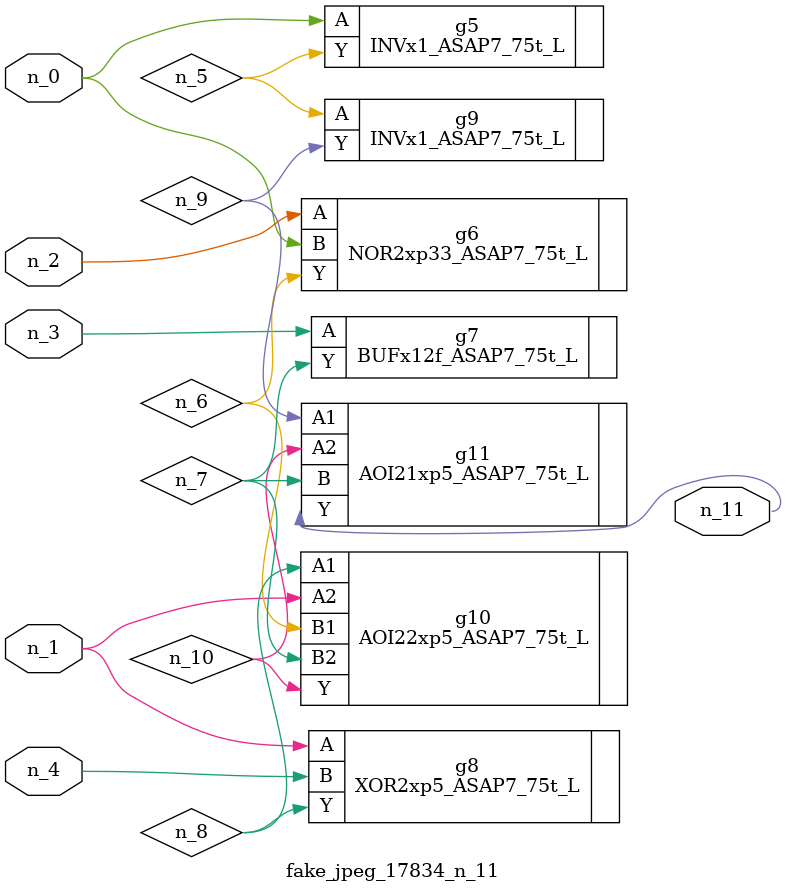
<source format=v>
module fake_jpeg_17834_n_11 (n_3, n_2, n_1, n_0, n_4, n_11);

input n_3;
input n_2;
input n_1;
input n_0;
input n_4;

output n_11;

wire n_10;
wire n_8;
wire n_9;
wire n_6;
wire n_5;
wire n_7;

INVx1_ASAP7_75t_L g5 ( 
.A(n_0),
.Y(n_5)
);

NOR2xp33_ASAP7_75t_L g6 ( 
.A(n_2),
.B(n_0),
.Y(n_6)
);

BUFx12f_ASAP7_75t_L g7 ( 
.A(n_3),
.Y(n_7)
);

XOR2xp5_ASAP7_75t_L g8 ( 
.A(n_1),
.B(n_4),
.Y(n_8)
);

INVx1_ASAP7_75t_L g9 ( 
.A(n_5),
.Y(n_9)
);

AOI21xp5_ASAP7_75t_L g11 ( 
.A1(n_9),
.A2(n_10),
.B(n_7),
.Y(n_11)
);

AOI22xp5_ASAP7_75t_L g10 ( 
.A1(n_8),
.A2(n_1),
.B1(n_6),
.B2(n_7),
.Y(n_10)
);


endmodule
</source>
